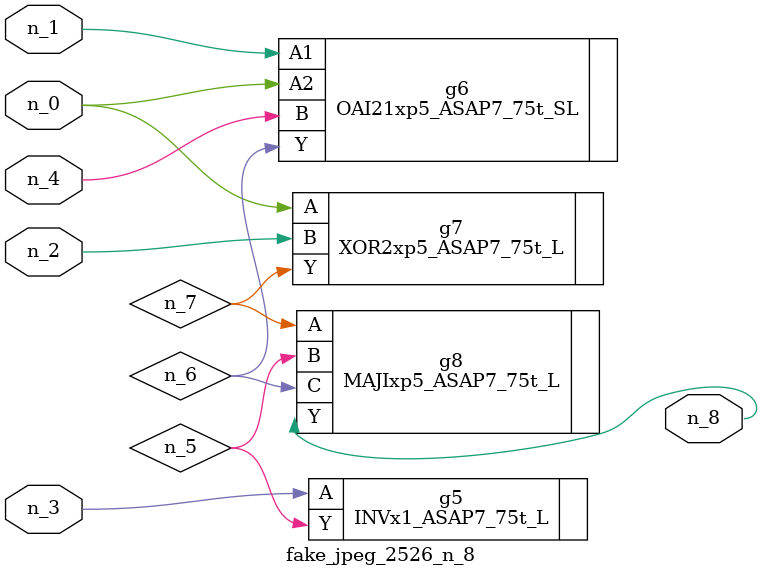
<source format=v>
module fake_jpeg_2526_n_8 (n_3, n_2, n_1, n_0, n_4, n_8);

input n_3;
input n_2;
input n_1;
input n_0;
input n_4;

output n_8;

wire n_6;
wire n_5;
wire n_7;

INVx1_ASAP7_75t_L g5 ( 
.A(n_3),
.Y(n_5)
);

OAI21xp5_ASAP7_75t_SL g6 ( 
.A1(n_1),
.A2(n_0),
.B(n_4),
.Y(n_6)
);

XOR2xp5_ASAP7_75t_L g7 ( 
.A(n_0),
.B(n_2),
.Y(n_7)
);

MAJIxp5_ASAP7_75t_L g8 ( 
.A(n_7),
.B(n_5),
.C(n_6),
.Y(n_8)
);


endmodule
</source>
